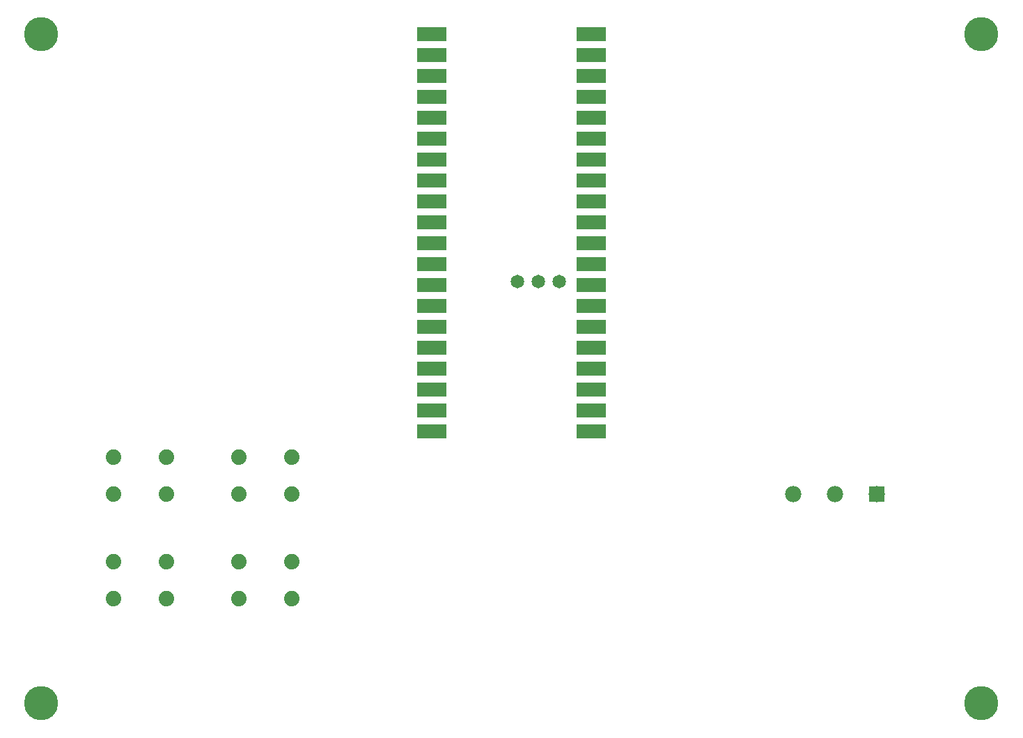
<source format=gtl>
G04 MADE WITH FRITZING*
G04 WWW.FRITZING.ORG*
G04 DOUBLE SIDED*
G04 HOLES PLATED*
G04 CONTOUR ON CENTER OF CONTOUR VECTOR*
%ASAXBY*%
%FSLAX23Y23*%
%MOIN*%
%OFA0B0*%
%SFA1.0B1.0*%
%ADD10C,0.163386*%
%ADD11C,0.064944*%
%ADD12C,0.078000*%
%ADD13C,0.074000*%
%ADD14R,0.143667X0.070200*%
%ADD15R,0.144000X0.070200*%
%ADD16R,0.078000X0.078000*%
%LNCOPPER1*%
G90*
G70*
G54D10*
X4714Y159D03*
X4714Y3359D03*
X214Y159D03*
X214Y3359D03*
G54D11*
X2114Y3359D03*
X2114Y3259D03*
X2114Y3159D03*
X2114Y3059D03*
X2114Y2959D03*
X2114Y2859D03*
X2114Y2759D03*
X2114Y2659D03*
X2114Y2559D03*
X2114Y2459D03*
X2114Y2359D03*
X2114Y2259D03*
X2114Y2159D03*
X2114Y2059D03*
X2114Y1959D03*
X2114Y1859D03*
X2114Y1759D03*
X2114Y1659D03*
X2114Y1559D03*
X2114Y1459D03*
X2813Y1459D03*
X2813Y1559D03*
X2813Y1659D03*
X2813Y1759D03*
X2813Y1859D03*
X2813Y1959D03*
X2813Y2059D03*
X2813Y2159D03*
X2813Y2259D03*
X2813Y2359D03*
X2813Y2459D03*
X2813Y2559D03*
X2813Y2659D03*
X2813Y2759D03*
X2813Y2859D03*
X2813Y2959D03*
X2813Y3059D03*
X2813Y3159D03*
X2813Y3259D03*
X2813Y3359D03*
X2493Y2176D03*
X2593Y2176D03*
X2693Y2176D03*
G54D12*
X4214Y1159D03*
X4014Y1159D03*
X3814Y1159D03*
G54D13*
X558Y837D03*
X814Y837D03*
X558Y659D03*
X814Y659D03*
X558Y837D03*
X814Y837D03*
X558Y659D03*
X814Y659D03*
X1158Y837D03*
X1414Y837D03*
X1158Y659D03*
X1414Y659D03*
X1158Y837D03*
X1414Y837D03*
X1158Y659D03*
X1414Y659D03*
X1158Y1337D03*
X1414Y1337D03*
X1158Y1159D03*
X1414Y1159D03*
X1158Y1337D03*
X1414Y1337D03*
X1158Y1159D03*
X1414Y1159D03*
X558Y1337D03*
X814Y1337D03*
X558Y1159D03*
X814Y1159D03*
X558Y1337D03*
X814Y1337D03*
X558Y1159D03*
X814Y1159D03*
G54D14*
X2081Y3359D03*
G54D15*
X2081Y3259D03*
X2081Y3159D03*
X2081Y3059D03*
X2081Y2959D03*
X2081Y2859D03*
X2081Y2759D03*
X2081Y2659D03*
X2081Y2559D03*
X2081Y2459D03*
X2081Y2359D03*
X2081Y2259D03*
X2081Y2159D03*
X2081Y2059D03*
X2081Y1959D03*
X2081Y1859D03*
X2081Y1759D03*
X2081Y1659D03*
X2081Y1559D03*
X2081Y1459D03*
X2846Y1459D03*
X2846Y1559D03*
X2846Y1659D03*
X2846Y1759D03*
X2846Y1859D03*
X2846Y1959D03*
X2846Y2059D03*
X2846Y2159D03*
X2846Y2259D03*
X2846Y2359D03*
X2846Y2459D03*
X2846Y2559D03*
X2846Y2659D03*
X2846Y2759D03*
X2846Y2859D03*
X2846Y2959D03*
X2846Y3059D03*
X2846Y3159D03*
X2846Y3259D03*
X2846Y3359D03*
G54D16*
X4214Y1159D03*
G04 End of Copper1*
M02*
</source>
